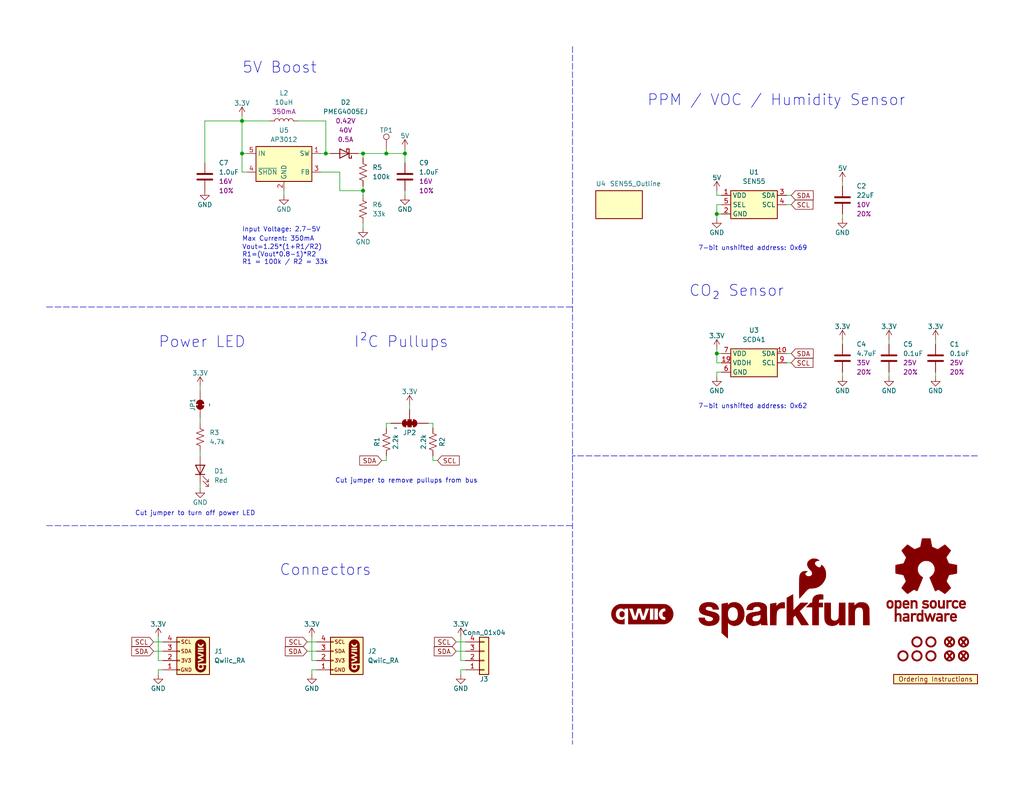
<source format=kicad_sch>
(kicad_sch (version 20230121) (generator eeschema)
  (paper "USLetter")
  (title_block (title "SparkFun Indoor Air Quality Sensor - SCD41 SEN55 (Qwiic)") (date "2024-03-06") (rev "v10") (comment 1 "Designed by: N. Seidle"))
  (lib_symbols
    (symbol "SparkFun-Aesthetic:Fiducial_0.5mm"
      (symbol "Fiducial_0.5mm_1_1"
        (text "x" (at 0 0.254 0) (effects (font (size 2.5 2.5) bold)))
      )
    )
    (symbol "SparkFun-Aesthetic:OSHW_Logo" (pin_names (offset 1.016)) (in_bom no))
    (symbol "SparkFun-Aesthetic:Ordering_Instructions"
      (symbol "Ordering_Instructions_1_1"
        (text "Ordering Instructions" (at 1.27 0 0) (effects (font (size 1.27 1.27))))
      )
    )
    (symbol "SparkFun-Aesthetic:SparkFun_Logo" (pin_names (offset 1.016)) (on_board no))
    (symbol "SparkFun-Aesthetic:qwiic_Logo" (pin_names (offset 1.016)) (on_board no))
    (symbol "SparkFun-Capacitor:0.1uF_0603_25V_20%" (pin_numbers hide) (pin_names (offset 0.254))
      (property "Reference" "C" (at 0.635 2.54 0))
      (property "Value" "0.1uF" (at 0.635 -2.54 0))
      (property "Voltage" "25V" (at 0 -6.35 0))
      (property "Tolerance" "20%" (at 0 -8.89 0))
      (symbol "0.1uF_0603_25V_20%_1_1"
        (pin passive line (at 0 3.81 270) (length 2.794) (name "~") (number "1"))
        (pin passive line (at 0 -3.81 90) (length 2.794) (name "~") (number "2"))
      )
    )
    (symbol "SparkFun-Capacitor:1.0uF_0603_16V_10%" (pin_numbers hide) (pin_names (offset 0.254))
      (property "Reference" "C" (at 0.635 2.54 0))
      (property "Value" "1.0uF" (at 0.635 -2.54 0))
      (property "Voltage" "16V" (at 0 -6.35 0))
      (property "Tolerance" "10%" (at 0 -8.89 0))
      (symbol "1.0uF_0603_16V_10%_1_1"
        (pin passive line (at 0 3.81 270) (length 2.794) (name "~") (number "1"))
        (pin passive line (at 0 -3.81 90) (length 2.794) (name "~") (number "2"))
      )
    )
    (symbol "SparkFun-Capacitor:22uF_0805_10V_20%" (pin_numbers hide) (pin_names (offset 0.254))
      (property "Reference" "C" (at 0.635 2.54 0))
      (property "Value" "22uF" (at 0.635 -2.54 0))
      (property "Voltage" "10V" (at 0 -6.35 0))
      (property "Tolerance" "20%" (at 0 -8.89 0))
      (symbol "22uF_0805_10V_20%_1_1"
        (pin passive line (at 0 3.81 270) (length 2.794) (name "~") (number "1"))
        (pin passive line (at 0 -3.81 90) (length 2.794) (name "~") (number "2"))
      )
    )
    (symbol "SparkFun-Capacitor:4.7uF_0603_35V_20%" (pin_numbers hide) (pin_names (offset 0.254))
      (property "Reference" "C" (at 0.635 2.54 0))
      (property "Value" "4.7uF" (at 0.635 -2.54 0))
      (property "Voltage" "35V" (at 0 -6.35 0))
      (property "Tolerance" "20%" (at 0 -8.89 0))
      (symbol "4.7uF_0603_35V_20%_1_1"
        (pin passive line (at 0 3.81 270) (length 2.794) (name "~") (number "1"))
        (pin passive line (at 0 -3.81 90) (length 2.794) (name "~") (number "2"))
      )
    )
    (symbol "SparkFun-Coil:10uH_0805_0.35A" (pin_numbers hide) (pin_names (offset 1.016) hide)
      (property "Reference" "L" (at 0 2.54 0))
      (property "Value" "10uH" (at 0 -1.27 0))
      (property "Current" "350mA" (at 0 -3.81 0))
      (symbol "10uH_0805_0.35A_1_1"
        (pin passive line (at -3.81 0 0) (length 1.27) (name "1") (number "1"))
        (pin passive line (at 3.81 0 180) (length 1.27) (name "2") (number "2"))
      )
    )
    (symbol "SparkFun-Connector:Conn_01x04" (pin_names (offset 1.016) hide)
      (property "Reference" "J" (at 0 5.08 0))
      (property "Value" "Conn_01x04" (at 0 -7.62 0))
      (symbol "Conn_01x04_1_1"
        (pin passive line (at -5.08 2.54 0) (length 3.81) (name "Pin_1") (number "1"))
        (pin passive line (at -5.08 0 0) (length 3.81) (name "Pin_2") (number "2"))
        (pin passive line (at -5.08 -2.54 0) (length 3.81) (name "Pin_3") (number "3"))
        (pin passive line (at -5.08 -5.08 0) (length 3.81) (name "Pin_4") (number "4"))
      )
    )
    (symbol "SparkFun-Connector:Qwiic_Right_Angle" (pin_names (offset 1.016) hide)
      (property "Reference" "J" (at 0 5.08 0))
      (property "Value" "Qwiic_RA" (at 0 -7.62 0))
      (symbol "Qwiic_Right_Angle_1_1"
        (text "3V3" (at 1.27 -2.54 0) (effects (font (size 1 1))))
        (text "GND" (at 1.27 -5.08 0) (effects (font (size 1 1))))
        (text "SCL" (at 1.27 2.54 0) (effects (font (size 1 1))))
        (text "SDA" (at 1.27 0 0) (effects (font (size 1 1))))
        (pin passive line (at -5.08 -5.08 0) (length 3.81) (name "Pin_1") (number "1"))
        (pin passive line (at -5.08 -2.54 0) (length 3.81) (name "Pin_2") (number "2"))
        (pin passive line (at -5.08 0 0) (length 3.81) (name "Pin_3") (number "3"))
        (pin passive line (at -5.08 2.54 0) (length 3.81) (name "Pin_4") (number "4"))
        (pin no_connect line (at 2.54 3.81 270) (length 2.54) hide (name "NC") (number "NC1"))
        (pin no_connect line (at 2.54 3.81 270) (length 2.54) hide (name "NC") (number "NC2"))
      )
    )
    (symbol "SparkFun-Connector:TestPoint_0.75mm" (pin_numbers hide) (pin_names (offset 0) hide)
      (property "Reference" "TP" (at 0 5.08 0))
      (symbol "TestPoint_0.75mm_1_1"
        (pin passive line (at 0 0 90) (length 2.54) (name "1") (number "1"))
      )
    )
    (symbol "SparkFun-DiscreteSemi:D_Schottky_0.5A_40V_0.42V" (pin_numbers hide) (pin_names (offset 1.016) hide)
      (property "Reference" "D" (at 0 2.54 0))
      (property "Value" "PMEG4005EJ" (at 0 -2.54 0))
      (property "IMax" "0.5A" (at 0 -5.08 0))
      (property "VDrop" "0.42V" (at 0 -10.16 0))
      (property "VMax" "40V" (at 0 -7.62 0))
      (symbol "D_Schottky_0.5A_40V_0.42V_1_1"
        (pin passive line (at 3.81 0 180) (length 2.54) (name "A") (number "A"))
        (pin passive line (at -3.81 0 0) (length 2.54) (name "C") (number "C"))
      )
    )
    (symbol "SparkFun-Hardware:Standoff")
    (symbol "SparkFun-IC-Power:AP3012"
      (property "Reference" "U" (at -7.62 5.715 0))
      (property "Value" "AP3012" (at 0 5.715 0))
      (symbol "AP3012_1_1"
        (pin passive line (at 10.16 2.54 180) (length 2.54) (name "SW") (number "1"))
        (pin power_in line (at 0 -7.62 90) (length 2.54) (name "GND") (number "2"))
        (pin input line (at 10.16 -2.54 180) (length 2.54) (name "FB") (number "3"))
        (pin input line (at -10.16 -2.54 0) (length 2.54) (name "~{SHDN}") (number "4"))
        (pin power_in line (at -10.16 2.54 0) (length 2.54) (name "IN") (number "5"))
      )
    )
    (symbol "SparkFun-Jumper:SolderJumper_2_Bridged" (pin_numbers hide) (pin_names (offset 0) hide)
      (property "Reference" "JP" (at 0 2.032 0))
      (property "Value" "~" (at 0 -2.54 0))
      (symbol "SolderJumper_2_Bridged_1_1"
        (pin passive line (at -3.81 0 0) (length 2.54) (name "A") (number "1"))
        (pin passive line (at 3.81 0 180) (length 2.54) (name "B") (number "2"))
      )
    )
    (symbol "SparkFun-Jumper:SolderJumper_3_Bridged123" (pin_numbers hide) (pin_names (offset 0) hide)
      (property "Reference" "JP" (at 0 2.54 0))
      (property "Value" "~" (at 3.81 1.27 0))
      (symbol "SolderJumper_3_Bridged123_1_1"
        (pin passive line (at -5.08 0 0) (length 2.54) (name "A") (number "1"))
        (pin passive line (at 0 -3.81 90) (length 2.54) (name "C") (number "2"))
        (pin passive line (at 5.08 0 180) (length 2.54) (name "B") (number "3"))
      )
    )
    (symbol "SparkFun-LED:LED_Red_0603" (pin_numbers hide) (pin_names (offset 1.016) hide)
      (property "Reference" "D" (at 0 2.54 0))
      (property "Value" "Red" (at 0 -2.54 0))
      (symbol "LED_Red_0603_1_1"
        (pin passive line (at -3.81 0 0) (length 2.54) (name "K") (number "1"))
        (pin passive line (at 3.81 0 180) (length 2.54) (name "A") (number "2"))
      )
    )
    (symbol "SparkFun-PowerSymbol:3.3V" (power) (pin_names (offset 0))
      (property "Value" "3.3V" (at 0 3.81 0))
      (symbol "3.3V_1_1"
        (pin power_in line (at 0 0 90) (length 0) hide (name "3.3V") (number "1"))
      )
    )
    (symbol "SparkFun-PowerSymbol:5V" (power) (pin_names (offset 0))
      (property "Value" "5V" (at 0 3.81 0))
      (symbol "5V_1_1"
        (pin power_in line (at 0 0 90) (length 0) hide (name "5V") (number "1"))
      )
    )
    (symbol "SparkFun-PowerSymbol:GND" (power) (pin_names (offset 0))
      (property "Value" "GND" (at 0 -3.81 0))
      (symbol "GND_1_1"
        (pin power_in line (at 0 0 270) (length 0) hide (name "GND") (number "1"))
      )
    )
    (symbol "SparkFun-Resistor:100k_0603" (pin_numbers hide) (pin_names (offset 0))
      (property "Reference" "R" (at 0 -2.54 0))
      (property "Value" "100k" (at 0 2.54 0))
      (symbol "100k_0603_1_1"
        (pin passive line (at 3.81 0 180) (length 1.27) (name "~") (number "1"))
        (pin passive line (at -3.81 0 0) (length 1.27) (name "~") (number "2"))
      )
    )
    (symbol "SparkFun-Resistor:2.2k_0603" (pin_numbers hide) (pin_names (offset 0))
      (property "Reference" "R" (at 0 -2.54 0))
      (property "Value" "2.2k" (at 0 2.54 0))
      (symbol "2.2k_0603_1_1"
        (pin passive line (at 3.81 0 180) (length 1.27) (name "~") (number "1"))
        (pin passive line (at -3.81 0 0) (length 1.27) (name "~") (number "2"))
      )
    )
    (symbol "SparkFun-Resistor:33k_0603" (pin_numbers hide) (pin_names (offset 0))
      (property "Reference" "R" (at 0 -2.54 0))
      (property "Value" "33k" (at 0 2.54 0))
      (symbol "33k_0603_1_1"
        (pin passive line (at 3.81 0 180) (length 1.27) (name "~") (number "1"))
        (pin passive line (at -3.81 0 0) (length 1.27) (name "~") (number "2"))
      )
    )
    (symbol "SparkFun-Resistor:4.7k_0603" (pin_numbers hide) (pin_names (offset 0))
      (property "Reference" "R" (at 0 -2.54 0))
      (property "Value" "4.7k" (at 0 2.54 0))
      (symbol "4.7k_0603_1_1"
        (pin passive line (at 3.81 0 180) (length 1.27) (name "~") (number "1"))
        (pin passive line (at -3.81 0 0) (length 1.27) (name "~") (number "2"))
      )
    )
    (symbol "SparkFun-Sensor:SCD41"
      (property "Reference" "U" (at -6.35 5.715 0))
      (property "Value" "SCD41" (at -2.54 5.715 0))
      (symbol "SCD41_1_1"
        (pin no_connect line (at 8.89 6.35 180) (length 2.54) hide (name "NC") (number "1"))
        (pin bidirectional line (at 8.89 2.54 180) (length 2.54) (name "SDA") (number "10"))
        (pin no_connect line (at 8.89 21.59 180) (length 2.54) hide (name "NC") (number "11"))
        (pin no_connect line (at 8.89 24.13 180) (length 2.54) hide (name "NC") (number "12"))
        (pin no_connect line (at 8.89 26.67 180) (length 2.54) hide (name "NC") (number "13"))
        (pin no_connect line (at 8.89 29.21 180) (length 2.54) hide (name "NC") (number "14"))
        (pin no_connect line (at 8.89 31.75 180) (length 2.54) hide (name "NC") (number "15"))
        (pin no_connect line (at 8.89 34.29 180) (length 2.54) hide (name "NC") (number "16"))
        (pin no_connect line (at 8.89 36.83 180) (length 2.54) hide (name "NC") (number "17"))
        (pin no_connect line (at 8.89 39.37 180) (length 2.54) hide (name "NC") (number "18"))
        (pin power_in line (at -8.89 0 0) (length 2.54) (name "VDDH") (number "19"))
        (pin no_connect line (at 8.89 8.89 180) (length 2.54) hide (name "NC") (number "2"))
        (pin power_in line (at -8.89 -2.54 0) (length 2.54) hide (name "GND") (number "20"))
        (pin power_in line (at -8.89 -2.54 0) (length 2.54) hide (name "GND") (number "21"))
        (pin no_connect line (at 8.89 11.43 180) (length 2.54) hide (name "NC") (number "3"))
        (pin no_connect line (at 8.89 13.97 180) (length 2.54) hide (name "NC") (number "4"))
        (pin no_connect line (at 8.89 16.51 180) (length 2.54) hide (name "NC") (number "5"))
        (pin power_in line (at -8.89 -2.54 0) (length 2.54) (name "GND") (number "6"))
        (pin power_in line (at -8.89 2.54 0) (length 2.54) (name "VDD") (number "7"))
        (pin no_connect line (at 8.89 19.05 180) (length 2.54) hide (name "NC") (number "8"))
        (pin input line (at 8.89 0 180) (length 2.54) (name "SCL") (number "9"))
      )
    )
    (symbol "SparkFun-Sensor:SEN55"
      (property "Reference" "U" (at -6.35 5.715 0))
      (property "Value" "SEN55" (at -2.54 5.715 0))
      (symbol "SEN55_1_1"
        (pin power_in line (at -8.89 2.54 0) (length 2.54) (name "VDD") (number "1"))
        (pin power_in line (at -8.89 -2.54 0) (length 2.54) (name "GND") (number "2"))
        (pin bidirectional line (at 8.89 2.54 180) (length 2.54) (name "SDA") (number "3"))
        (pin input line (at 8.89 0 180) (length 2.54) (name "SCL") (number "4"))
        (pin input line (at -8.89 0 0) (length 2.54) (name "SEL") (number "5"))
        (pin no_connect line (at 8.89 -2.54 180) (length 2.54) hide (name "NC") (number "6"))
        (pin no_connect line (at 8.89 -2.54 180) (length 2.54) hide (name "NC") (number "NC1"))
        (pin no_connect line (at 8.89 -2.54 180) (length 2.54) hide (name "NC") (number "NC2"))
      )
    )
    (symbol "SparkFun-Sensor:SEN55_Outline"
      (property "Reference" "U" (at -6.35 5.715 0))
      (property "Value" "SEN55_Outline" (at -2.54 5.715 0))
    )
  )
  (junction (at 66.04 41.91))
  (junction (at 195.58 58.42))
  (junction (at 66.04 33.02))
  (junction (at 99.06 52.07))
  (junction (at 105.41 41.91))
  (junction (at 195.58 96.52))
  (junction (at 88.9 41.91))
  (junction (at 110.49 41.91))
  (junction (at 99.06 41.91))
  (wire (pts (xy 195.58 58.42) (xy 195.58 59.69)))
  (wire (pts (xy 214.63 55.88) (xy 215.9 55.88)))
  (wire (pts (xy 111.76 110.49) (xy 111.76 111.76)))
  (wire (pts (xy 86.36 180.34) (xy 85.09 180.34)))
  (wire (pts (xy 196.85 101.6) (xy 195.58 101.6)))
  (wire (pts (xy 214.63 96.52) (xy 215.9 96.52)))
  (wire (pts (xy 124.46 177.8) (xy 127 177.8)))
  (wire (pts (xy 195.58 55.88) (xy 195.58 58.42)))
  (wire (pts (xy 66.04 31.75) (xy 66.04 33.02)))
  (wire (pts (xy 85.09 173.99) (xy 85.09 180.34)))
  (wire (pts (xy 44.45 182.88) (xy 43.18 182.88)))
  (wire (pts (xy 87.63 46.99) (xy 92.71 46.99)))
  (wire (pts (xy 88.9 33.02) (xy 88.9 41.91)))
  (wire (pts (xy 105.41 115.57) (xy 106.68 115.57)))
  (wire (pts (xy 88.9 41.91) (xy 90.17 41.91)))
  (wire (pts (xy 195.58 96.52) (xy 196.85 96.52)))
  (wire (pts (xy 255.27 102.87) (xy 255.27 101.6)))
  (wire (pts (xy 99.06 62.23) (xy 99.06 60.96)))
  (wire (pts (xy 54.61 123.19) (xy 54.61 124.46)))
  (wire (pts (xy 105.41 124.46) (xy 105.41 125.73)))
  (wire (pts (xy 229.87 49.53) (xy 229.87 50.8)))
  (wire (pts (xy 118.11 116.84) (xy 118.11 115.57)))
  (wire (pts (xy 124.46 175.26) (xy 127 175.26)))
  (wire (pts (xy 229.87 92.71) (xy 229.87 93.98)))
  (wire (pts (xy 97.79 41.91) (xy 99.06 41.91)))
  (wire (pts (xy 196.85 53.34) (xy 195.58 53.34)))
  (wire (pts (xy 195.58 53.34) (xy 195.58 52.07)))
  (wire (pts (xy 99.06 41.91) (xy 99.06 43.18)))
  (wire (pts (xy 66.04 33.02) (xy 66.04 41.91)))
  (wire (pts (xy 83.82 175.26) (xy 86.36 175.26)))
  (wire (pts (xy 99.06 53.34) (xy 99.06 52.07)))
  (wire (pts (xy 41.91 177.8) (xy 44.45 177.8)))
  (polyline (pts (xy 266.7 124.46) (xy 156.21 124.46)) (stroke (width 0) (type dash)))
  (wire (pts (xy 55.88 33.02) (xy 66.04 33.02)))
  (wire (pts (xy 196.85 99.06) (xy 195.58 99.06)))
  (wire (pts (xy 81.28 33.02) (xy 88.9 33.02)))
  (wire (pts (xy 44.45 180.34) (xy 43.18 180.34)))
  (wire (pts (xy 110.49 53.34) (xy 110.49 52.07)))
  (wire (pts (xy 214.63 99.06) (xy 215.9 99.06)))
  (wire (pts (xy 110.49 40.64) (xy 110.49 41.91)))
  (wire (pts (xy 127 182.88) (xy 125.73 182.88)))
  (wire (pts (xy 67.31 46.99) (xy 66.04 46.99)))
  (wire (pts (xy 229.87 58.42) (xy 229.87 59.69)))
  (wire (pts (xy 125.73 182.88) (xy 125.73 184.15)))
  (wire (pts (xy 92.71 46.99) (xy 92.71 52.07)))
  (wire (pts (xy 54.61 133.35) (xy 54.61 132.08)))
  (wire (pts (xy 66.04 33.02) (xy 73.66 33.02)))
  (wire (pts (xy 83.82 177.8) (xy 86.36 177.8)))
  (wire (pts (xy 127 180.34) (xy 125.73 180.34)))
  (wire (pts (xy 85.09 182.88) (xy 85.09 184.15)))
  (polyline (pts (xy 156.21 12.7) (xy 156.21 124.46)) (stroke (width 0) (type dash)))
  (wire (pts (xy 54.61 115.57) (xy 54.61 114.3)))
  (wire (pts (xy 66.04 46.99) (xy 66.04 41.91)))
  (wire (pts (xy 125.73 173.99) (xy 125.73 180.34)))
  (wire (pts (xy 196.85 55.88) (xy 195.58 55.88)))
  (wire (pts (xy 195.58 101.6) (xy 195.58 102.87)))
  (wire (pts (xy 105.41 40.64) (xy 105.41 41.91)))
  (polyline (pts (xy 12.7 143.51) (xy 156.21 143.51)) (stroke (width 0) (type dash)))
  (wire (pts (xy 110.49 44.45) (xy 110.49 41.91)))
  (wire (pts (xy 99.06 52.07) (xy 99.06 50.8)))
  (wire (pts (xy 242.57 92.71) (xy 242.57 93.98)))
  (wire (pts (xy 67.31 41.91) (xy 66.04 41.91)))
  (wire (pts (xy 116.84 115.57) (xy 118.11 115.57)))
  (wire (pts (xy 86.36 182.88) (xy 85.09 182.88)))
  (wire (pts (xy 55.88 33.02) (xy 55.88 44.45)))
  (wire (pts (xy 195.58 99.06) (xy 195.58 96.52)))
  (wire (pts (xy 255.27 92.71) (xy 255.27 93.98)))
  (wire (pts (xy 229.87 101.6) (xy 229.87 102.87)))
  (wire (pts (xy 77.47 53.34) (xy 77.47 52.07)))
  (wire (pts (xy 242.57 102.87) (xy 242.57 101.6)))
  (wire (pts (xy 41.91 175.26) (xy 44.45 175.26)))
  (wire (pts (xy 195.58 58.42) (xy 196.85 58.42)))
  (wire (pts (xy 110.49 41.91) (xy 105.41 41.91)))
  (polyline (pts (xy 156.21 124.46) (xy 156.21 203.2)) (stroke (width 0) (type dash)))
  (wire (pts (xy 43.18 173.99) (xy 43.18 180.34)))
  (wire (pts (xy 43.18 182.88) (xy 43.18 184.15)))
  (wire (pts (xy 92.71 52.07) (xy 99.06 52.07)))
  (wire (pts (xy 88.9 41.91) (xy 87.63 41.91)))
  (wire (pts (xy 105.41 116.84) (xy 105.41 115.57)))
  (wire (pts (xy 195.58 96.52) (xy 195.58 95.25)))
  (wire (pts (xy 54.61 105.41) (xy 54.61 106.68)))
  (wire (pts (xy 105.41 41.91) (xy 99.06 41.91)))
  (polyline (pts (xy 12.7 83.82) (xy 156.21 83.82)) (stroke (width 0) (type dash)))
  (wire (pts (xy 104.14 125.73) (xy 105.41 125.73)))
  (wire (pts (xy 118.11 125.73) (xy 119.38 125.73)))
  (wire (pts (xy 214.63 53.34) (xy 215.9 53.34)))
  (wire (pts (xy 118.11 124.46) (xy 118.11 125.73)))
  (text "I²C Pullups" (at 96.52 95.25 0) (effects (font (size 3 3)) (justify left bottom)))
  (text "Power LED" (at 43.18 95.25 0) (effects (font (size 3 3)) (justify left bottom)))
  (text "CO₂ Sensor" (at 187.96 81.28 0) (effects (font (size 3 3)) (justify left bottom)))
  (text "Input Voltage: 2.7-5V" (at 66.04 63.5 0) (effects (font (size 1.27 1.27)) (justify left bottom)))
  (text "Connectors" (at 76.2 157.48 0) (effects (font (size 3 3)) (justify left bottom)))
  (text "Vout=1.25*(1+R1/R2)\nR1=(Vout*0.8-1)*R2\nR1 = 100k / R2 = 33k" (at 66.04 72.39 0) (effects (font (size 1.27 1.27)) (justify left bottom)))
  (text "7-bit unshifted address: 0x62" (at 190.5 111.76 0) (effects (font (size 1.27 1.27)) (justify left bottom)))
  (text "Cut jumper to remove pullups from bus" (at 91.44 132.08 0) (effects (font (size 1.27 1.27)) (justify left bottom)))
  (text "5V Boost" (at 66.04 20.32 0) (effects (font (size 3 3)) (justify left bottom)))
  (text "Max Current: 350mA" (at 66.04 66.04 0) (effects (font (size 1.27 1.27)) (justify left bottom)))
  (text "Cut jumper to turn off power LED" (at 36.83 140.97 0) (effects (font (size 1.27 1.27)) (justify left bottom)))
  (text "PPM / VOC / Humidity Sensor" (at 176.53 29.21 0) (effects (font (size 3 3)) (justify left bottom)))
  (text "7-bit unshifted address: 0x69" (at 190.5 68.58 0) (effects (font (size 1.27 1.27)) (justify left bottom)))
  (global_label "SDA" (shape input) (at 124.46 177.8 180) (property "Intersheetrefs" "${INTERSHEET_REFS}" (effects hide)))
  (global_label "SCL" (shape input) (at 119.38 125.73 0) (property "Intersheetrefs" "${INTERSHEET_REFS}" (effects hide)))
  (global_label "SDA" (shape input) (at 83.82 177.8 180) (property "Intersheetrefs" "${INTERSHEET_REFS}" (effects hide)))
  (global_label "SDA" (shape input) (at 104.14 125.73 180) (property "Intersheetrefs" "${INTERSHEET_REFS}" (effects hide)))
  (global_label "SCL" (shape input) (at 41.91 175.26 180) (property "Intersheetrefs" "${INTERSHEET_REFS}" (effects hide)))
  (global_label "SCL" (shape input) (at 83.82 175.26 180) (property "Intersheetrefs" "${INTERSHEET_REFS}" (effects hide)))
  (global_label "SCL" (shape input) (at 215.9 99.06 0) (property "Intersheetrefs" "${INTERSHEET_REFS}" (effects hide)))
  (global_label "SDA" (shape input) (at 215.9 96.52 0) (property "Intersheetrefs" "${INTERSHEET_REFS}" (effects hide)))
  (global_label "SDA" (shape input) (at 41.91 177.8 180) (property "Intersheetrefs" "${INTERSHEET_REFS}" (effects hide)))
  (global_label "SCL" (shape input) (at 215.9 55.88 0) (property "Intersheetrefs" "${INTERSHEET_REFS}" (effects hide)))
  (global_label "SCL" (shape input) (at 124.46 175.26 180) (property "Intersheetrefs" "${INTERSHEET_REFS}" (effects hide)))
  (global_label "SDA" (shape input) (at 215.9 53.34 0) (property "Intersheetrefs" "${INTERSHEET_REFS}" (effects hide)))
  (symbol (lib_id "SparkFun-Hardware:Standoff") (at 250.19 179.07 0) (unit 1)
    (property "Reference" "ST4" (effects hide))
    (property "Value" "Standoff" (effects hide))
    (property "Footprint" "SparkFun-Hardware:Standoff" (effects hide))
  )
  (symbol (lib_id "SparkFun-Capacitor:1.0uF_0603_16V_10%") (at 55.88 48.26 0) (unit 1)
    (property "Reference" "C7" (at 59.69 44.45 0) (effects (justify left)))
    (property "Value" "1.0uF" (at 59.69 46.99 0) (effects (justify left)))
    (property "Footprint" "SparkFun-Capacitor:C_0603_1608Metric" (effects hide))
    (property "Datasheet" "https://cdn.sparkfun.com/assets/8/a/4/a/5/Kemet_Capacitor_Datasheet.pdf" (effects hide))
    (property "PROD_ID" "CAP-13930" (effects hide))
    (property "Voltage" "16V" (at 59.69 49.53 0) (effects (justify left)))
    (property "Tolerance" "10%" (at 59.69 52.07 0) (effects (justify left)))
  )
  (symbol (lib_id "SparkFun-Capacitor:0.1uF_0603_25V_20%") (at 255.27 97.79 0) (unit 1)
    (property "Reference" "C1" (at 259.08 93.98 0) (effects (justify left)))
    (property "Value" "0.1uF" (at 259.08 96.52 0) (effects (justify left)))
    (property "Footprint" "SparkFun-Capacitor:C_0603_1608Metric" (effects hide))
    (property "Datasheet" "https://cdn.sparkfun.com/assets/8/a/4/a/5/Kemet_Capacitor_Datasheet.pdf" (effects hide))
    (property "PROD_ID" "CAP-00810" (effects hide))
    (property "Voltage" "25V" (at 259.08 99.06 0) (effects (justify left)))
    (property "Tolerance" "20%" (at 259.08 101.6 0) (effects (justify left)))
  )
  (symbol (lib_id "SparkFun-PowerSymbol:GND") (at 77.47 53.34 0) (unit 1)
    (property "Reference" "#PWR0109" (effects hide))
    (property "Value" "GND" (at 77.47 57.15 0))
  )
  (symbol (lib_id "SparkFun-Connector:Conn_01x04") (at 132.08 180.34 0) (mirror x) (unit 1)
    (property "Reference" "J3" (at 132.08 185.42 0))
    (property "Value" "Conn_01x04" (at 132.08 172.72 0))
    (property "Footprint" "SparkFun-Connector:1x04" (effects hide))
  )
  (symbol (lib_id "SparkFun-Jumper:SolderJumper_2_Bridged") (at 54.61 110.49 90) (unit 1)
    (property "Reference" "JP1" (at 52.578 110.49 0))
    (property "Value" "~" (at 57.15 110.49 0))
    (property "Footprint" "SparkFun-Jumper:Jumper_2_NC_Trace" (effects hide))
  )
  (symbol (lib_id "SparkFun-Aesthetic:SparkFun_Logo") (at 213.36 167.64 0) (unit 1) (on_board no)
    (property "Reference" "G2" (effects hide))
    (property "Value" "SparkFun_Logo" (effects hide))
    (property "Footprint" "SparkFun-Aesthetic:SparkFun_Logo_8mm" (effects hide))
  )
  (symbol (lib_id "SparkFun-PowerSymbol:GND") (at 99.06 62.23 0) (unit 1)
    (property "Reference" "#PWR0101" (effects hide))
    (property "Value" "GND" (at 99.06 66.04 0))
  )
  (symbol (lib_id "SparkFun-Aesthetic:Fiducial_0.5mm") (at 262.89 175.26 0) (unit 1)
    (property "Reference" "FID3" (effects hide))
    (property "Value" "Fiducial_0.5mm" (effects hide))
    (property "Footprint" "SparkFun-Aesthetic:Fiducial_0.5mm_Mask1mm" (effects hide))
  )
  (symbol (lib_id "SparkFun-Resistor:100k_0603") (at 99.06 46.99 90) (unit 1)
    (property "Reference" "R5" (at 101.6 45.72 90) (effects (justify right)))
    (property "Value" "100k" (at 101.6 48.26 90) (effects (justify right)))
    (property "Footprint" "SparkFun-Resistor:R_0603_1608Metric" (effects hide))
    (property "Datasheet" "https://www.vishay.com/docs/20035/dcrcwe3.pdf" (effects hide))
    (property "PROD_ID" "RES-07828" (effects hide))
  )
  (symbol (lib_id "SparkFun-Aesthetic:Fiducial_0.5mm") (at 262.89 179.07 0) (unit 1)
    (property "Reference" "FID4" (effects hide))
    (property "Value" "Fiducial_0.5mm" (effects hide))
    (property "Footprint" "SparkFun-Aesthetic:Fiducial_0.5mm_Mask1mm" (effects hide))
  )
  (symbol (lib_id "SparkFun-PowerSymbol:GND") (at 229.87 102.87 0) (unit 1)
    (property "Reference" "#PWR0114" (effects hide))
    (property "Value" "GND" (at 229.87 106.68 0))
  )
  (symbol (lib_id "SparkFun-PowerSymbol:5V") (at 229.87 49.53 0) (unit 1)
    (property "Reference" "#PWR0121" (effects hide))
    (property "Value" "5V" (at 229.87 45.974 0))
  )
  (symbol (lib_id "SparkFun-Resistor:2.2k_0603") (at 105.41 120.65 270) (mirror x) (unit 1)
    (property "Reference" "R1" (at 102.87 120.65 0))
    (property "Value" "2.2k" (at 107.95 120.65 0))
    (property "Footprint" "SparkFun-Resistor:R_0603_1608Metric" (effects hide))
    (property "Datasheet" "https://www.vishay.com/docs/20035/dcrcwe3.pdf" (effects hide))
    (property "PROD_ID" "RES-08272" (effects hide))
  )
  (symbol (lib_id "SparkFun-PowerSymbol:3.3V") (at 255.27 92.71 0) (unit 1)
    (property "Reference" "#PWR01" (effects hide))
    (property "Value" "3.3V" (at 255.27 89.154 0))
  )
  (symbol (lib_id "SparkFun-Resistor:2.2k_0603") (at 118.11 120.65 90) (unit 1)
    (property "Reference" "R2" (at 120.65 120.65 0))
    (property "Value" "2.2k" (at 115.57 120.65 0))
    (property "Footprint" "SparkFun-Resistor:R_0603_1608Metric" (effects hide))
    (property "Datasheet" "https://www.vishay.com/docs/20035/dcrcwe3.pdf" (effects hide))
    (property "PROD_ID" "RES-08272" (effects hide))
  )
  (symbol (lib_id "SparkFun-PowerSymbol:GND") (at 125.73 184.15 0) (unit 1)
    (property "Reference" "#PWR0107" (effects hide))
    (property "Value" "GND" (at 125.73 187.96 0))
  )
  (symbol (lib_id "SparkFun-Capacitor:1.0uF_0603_16V_10%") (at 110.49 48.26 0) (unit 1)
    (property "Reference" "C9" (at 114.3 44.45 0) (effects (justify left)))
    (property "Value" "1.0uF" (at 114.3 46.99 0) (effects (justify left)))
    (property "Footprint" "SparkFun-Capacitor:C_0603_1608Metric" (effects hide))
    (property "Datasheet" "https://cdn.sparkfun.com/assets/8/a/4/a/5/Kemet_Capacitor_Datasheet.pdf" (effects hide))
    (property "PROD_ID" "CAP-13930" (effects hide))
    (property "Voltage" "16V" (at 114.3 49.53 0) (effects (justify left)))
    (property "Tolerance" "10%" (at 114.3 52.07 0) (effects (justify left)))
  )
  (symbol (lib_id "SparkFun-PowerSymbol:GND") (at 242.57 102.87 0) (unit 1)
    (property "Reference" "#PWR0112" (effects hide))
    (property "Value" "GND" (at 242.57 106.68 0))
  )
  (symbol (lib_id "SparkFun-Hardware:Standoff") (at 254 179.07 0) (unit 1)
    (property "Reference" "ST2" (effects hide))
    (property "Value" "Standoff" (effects hide))
    (property "Footprint" "SparkFun-Hardware:Standoff" (effects hide))
  )
  (symbol (lib_id "SparkFun-PowerSymbol:3.3V") (at 195.58 95.25 0) (unit 1)
    (property "Reference" "#PWR0115" (effects hide))
    (property "Value" "3.3V" (at 195.58 91.694 0))
  )
  (symbol (lib_id "SparkFun-IC-Power:AP3012") (at 77.47 44.45 0) (unit 1)
    (property "Reference" "U5" (at 77.47 35.56 0))
    (property "Value" "AP3012" (at 77.47 38.1 0))
    (property "Footprint" "SparkFun-Semiconductor-Standard:SOT23-5" (effects hide))
    (property "Datasheet" "https://www.diodes.com/assets/Datasheets/AP3012.pdf" (effects hide))
    (property "PROD_ID" "VREG-13911" (effects hide))
  )
  (symbol (lib_id "SparkFun-Aesthetic:OSHW_Logo") (at 252.73 162.56 0) (unit 1) (in_bom no)
    (property "Reference" "G4" (effects hide))
    (property "Value" "OSHW_Logo" (effects hide))
    (property "Footprint" "SparkFun-Aesthetic:Creative_Commons_License" (effects hide))
  )
  (symbol (lib_id "SparkFun-Hardware:Standoff") (at 250.19 175.26 0) (unit 1)
    (property "Reference" "ST3" (effects hide))
    (property "Value" "Standoff" (effects hide))
    (property "Footprint" "SparkFun-Hardware:Standoff" (effects hide))
  )
  (symbol (lib_id "SparkFun-Resistor:4.7k_0603") (at 54.61 119.38 90) (unit 1)
    (property "Reference" "R3" (at 57.15 118.11 90) (effects (justify right)))
    (property "Value" "4.7k" (at 57.15 120.65 90) (effects (justify right)))
    (property "Footprint" "SparkFun-Resistor:R_0603_1608Metric" (effects hide))
    (property "Datasheet" "https://www.vishay.com/docs/20035/dcrcwe3.pdf" (effects hide))
    (property "PROD_ID" "RES-07857" (effects hide))
  )
  (symbol (lib_id "SparkFun-PowerSymbol:GND") (at 43.18 184.15 0) (unit 1)
    (property "Reference" "#PWR0123" (effects hide))
    (property "Value" "GND" (at 43.18 187.96 0))
  )
  (symbol (lib_id "SparkFun-PowerSymbol:GND") (at 85.09 184.15 0) (unit 1)
    (property "Reference" "#PWR0105" (effects hide))
    (property "Value" "GND" (at 85.09 187.96 0))
  )
  (symbol (lib_id "SparkFun-Hardware:Standoff") (at 254 175.26 0) (unit 1)
    (property "Reference" "ST1" (effects hide))
    (property "Value" "Standoff" (effects hide))
    (property "Footprint" "SparkFun-Hardware:Standoff" (effects hide))
  )
  (symbol (lib_id "SparkFun-PowerSymbol:3.3V") (at 242.57 92.71 0) (unit 1)
    (property "Reference" "#PWR0116" (effects hide))
    (property "Value" "3.3V" (at 242.57 89.154 0))
  )
  (symbol (lib_id "SparkFun-Sensor:SEN55_Outline") (at 168.91 55.88 0) (unit 1)
    (property "Reference" "U4" (at 162.56 50.165 0) (effects (justify left)))
    (property "Value" "SEN55_Outline" (at 166.37 50.165 0) (effects (justify left)))
    (property "Footprint" "SparkFun-Sensor:SEN5x_Outline" (effects hide))
    (property "Datasheet" "https://cdn.sparkfun.com/assets/b/0/3/c/0/Sensirion_Datasheet_Environmental_Node_SEN5x.pdf" (effects hide))
  )
  (symbol (lib_id "SparkFun-DiscreteSemi:D_Schottky_0.5A_40V_0.42V") (at 93.98 41.91 180) (unit 1)
    (property "Reference" "D2" (at 94.2975 27.94 0))
    (property "Value" "PMEG4005EJ" (at 94.2975 30.48 0))
    (property "Footprint" "SparkFun-Semiconductor-Standard:SOD-323" (effects hide))
    (property "Datasheet" "https://assets.nexperia.com/documents/data-sheet/PMEG4005EJ.pdf" (effects hide))
    (property "PROD_ID" "DIO-10955" (effects hide))
    (property "VDrop" "0.42V" (at 94.2975 33.02 0))
    (property "VMax" "40V" (at 94.2975 35.56 0))
    (property "IMax" "0.5A" (at 94.2975 38.1 0))
  )
  (symbol (lib_id "SparkFun-PowerSymbol:3.3V") (at 54.61 105.41 0) (unit 1)
    (property "Reference" "#PWR0125" (effects hide))
    (property "Value" "3.3V" (at 54.61 101.854 0))
  )
  (symbol (lib_id "SparkFun-Coil:10uH_0805_0.35A") (at 77.47 33.02 0) (unit 1)
    (property "Reference" "L2" (at 77.47 25.4 0))
    (property "Value" "10uH" (at 77.47 27.94 0))
    (property "Footprint" "SparkFun-Capacitor:C_0805_2012Metric" (effects hide))
    (property "PROD_ID" "NDUC-19198" (effects hide))
    (property "Current" "350mA" (at 77.47 30.48 0))
  )
  (symbol (lib_id "SparkFun-PowerSymbol:3.3V") (at 66.04 31.75 0) (unit 1)
    (property "Reference" "#PWR0111" (effects hide))
    (property "Value" "3.3V" (at 66.04 28.194 0))
  )
  (symbol (lib_id "SparkFun-Capacitor:0.1uF_0603_25V_20%") (at 242.57 97.79 0) (unit 1)
    (property "Reference" "C5" (at 246.38 93.98 0) (effects (justify left)))
    (property "Value" "0.1uF" (at 246.38 96.52 0) (effects (justify left)))
    (property "Footprint" "SparkFun-Capacitor:C_0603_1608Metric" (effects hide))
    (property "Datasheet" "https://cdn.sparkfun.com/assets/8/a/4/a/5/Kemet_Capacitor_Datasheet.pdf" (effects hide))
    (property "PROD_ID" "CAP-00810" (effects hide))
    (property "Voltage" "25V" (at 246.38 99.06 0) (effects (justify left)))
    (property "Tolerance" "20%" (at 246.38 101.6 0) (effects (justify left)))
  )
  (symbol (lib_id "SparkFun-PowerSymbol:5V") (at 195.58 52.07 0) (unit 1)
    (property "Reference" "#PWR0120" (effects hide))
    (property "Value" "5V" (at 195.58 48.514 0))
  )
  (symbol (lib_id "SparkFun-PowerSymbol:GND") (at 110.49 53.34 0) (unit 1)
    (property "Reference" "#PWR0102" (effects hide))
    (property "Value" "GND" (at 110.49 57.15 0))
  )
  (symbol (lib_id "SparkFun-Hardware:Standoff") (at 246.38 179.07 0) (unit 1)
    (property "Reference" "ST5" (effects hide))
    (property "Value" "Standoff" (effects hide))
    (property "Footprint" "SparkFun-Hardware:Standoff" (effects hide))
  )
  (symbol (lib_id "SparkFun-Capacitor:22uF_0805_10V_20%") (at 229.87 54.61 0) (unit 1)
    (property "Reference" "C2" (at 233.68 50.8 0) (effects (justify left)))
    (property "Value" "22uF" (at 233.68 53.34 0) (effects (justify left)))
    (property "Footprint" "SparkFun-Capacitor:C_0805_2012Metric" (effects hide))
    (property "Datasheet" "https://cdn.sparkfun.com/assets/8/a/4/a/5/Kemet_Capacitor_Datasheet.pdf" (effects hide))
    (property "PROD_ID" "CAP-14973" (effects hide))
    (property "Voltage" "10V" (at 233.68 55.88 0) (effects (justify left)))
    (property "Tolerance" "20%" (at 233.68 58.42 0) (effects (justify left)))
  )
  (symbol (lib_id "SparkFun-Resistor:33k_0603") (at 99.06 57.15 90) (unit 1)
    (property "Reference" "R6" (at 101.6 55.88 90) (effects (justify right)))
    (property "Value" "33k" (at 101.6 58.42 90) (effects (justify right)))
    (property "Footprint" "SparkFun-Resistor:R_0603_1608Metric" (effects hide))
    (property "Datasheet" "https://www.vishay.com/docs/20035/dcrcwe3.pdf" (effects hide))
    (property "PROD_ID" "RES-08416" (effects hide))
  )
  (symbol (lib_id "SparkFun-PowerSymbol:GND") (at 195.58 59.69 0) (unit 1)
    (property "Reference" "#PWR0119" (effects hide))
    (property "Value" "GND" (at 195.58 63.5 0))
  )
  (symbol (lib_id "SparkFun-PowerSymbol:3.3V") (at 125.73 173.99 0) (unit 1)
    (property "Reference" "#PWR0106" (effects hide))
    (property "Value" "3.3V" (at 125.73 170.434 0))
  )
  (symbol (lib_id "SparkFun-Aesthetic:SparkFun_Logo") (at 213.36 167.64 0) (unit 1) (on_board no)
    (property "Reference" "G3" (effects hide))
    (property "Value" "SparkFun_Logo" (effects hide))
  )
  (symbol (lib_id "SparkFun-Aesthetic:Fiducial_0.5mm") (at 259.08 175.26 0) (unit 1)
    (property "Reference" "FID1" (effects hide))
    (property "Value" "Fiducial_0.5mm" (effects hide))
    (property "Footprint" "SparkFun-Aesthetic:Fiducial_0.5mm_Mask1mm" (effects hide))
  )
  (symbol (lib_id "SparkFun-Sensor:SEN55") (at 205.74 55.88 0) (unit 1)
    (property "Reference" "U1" (at 205.74 46.99 0))
    (property "Value" "SEN55" (at 205.74 49.53 0))
    (property "Footprint" "SparkFun-Connector:JST_SMD_1.25mm-6_Locking" (effects hide))
    (property "Datasheet" "https://cdn.sparkfun.com/assets/b/0/3/c/0/Sensirion_Datasheet_Environmental_Node_SEN5x.pdf" (effects hide))
    (property "PROD_ID" "IC-21278" (effects hide))
  )
  (symbol (lib_id "SparkFun-Connector:Qwiic_Right_Angle") (at 49.53 177.8 0) (unit 1)
    (property "Reference" "J1" (at 58.42 177.8 0) (effects (justify left)))
    (property "Value" "Qwiic_RA" (at 58.42 180.34 0) (effects (justify left)))
    (property "Footprint" "SparkFun-Connector:JST_SMD_1.0mm-4_RA" (effects hide))
    (property "Datasheet" "https://www.jst-mfg.com/product/pdf/eng/eSH.pdf" (effects hide))
    (property "PROD_ID" "CONN-13694" (effects hide))
  )
  (symbol (lib_id "SparkFun-PowerSymbol:3.3V") (at 85.09 173.99 0) (unit 1)
    (property "Reference" "#PWR0108" (effects hide))
    (property "Value" "3.3V" (at 85.09 170.434 0))
  )
  (symbol (lib_id "SparkFun-PowerSymbol:GND") (at 195.58 102.87 0) (unit 1)
    (property "Reference" "#PWR0113" (effects hide))
    (property "Value" "GND" (at 195.58 106.68 0))
  )
  (symbol (lib_id "SparkFun-Aesthetic:qwiic_Logo") (at 175.26 167.64 0) (unit 1) (on_board no)
    (property "Reference" "G1" (effects hide))
    (property "Value" "qwiic_Logo" (effects hide))
  )
  (symbol (lib_id "SparkFun-PowerSymbol:GND") (at 255.27 102.87 0) (unit 1)
    (property "Reference" "#PWR02" (effects hide))
    (property "Value" "GND" (at 255.27 106.68 0))
  )
  (symbol (lib_id "SparkFun-PowerSymbol:3.3V") (at 229.87 92.71 0) (unit 1)
    (property "Reference" "#PWR0117" (effects hide))
    (property "Value" "3.3V" (at 229.87 89.154 0))
  )
  (symbol (lib_id "SparkFun-PowerSymbol:3.3V") (at 111.76 110.49 0) (unit 1)
    (property "Reference" "#PWR0104" (effects hide))
    (property "Value" "3.3V" (at 111.76 106.934 0))
  )
  (symbol (lib_id "SparkFun-PowerSymbol:GND") (at 55.88 52.07 0) (unit 1)
    (property "Reference" "#PWR0110" (effects hide))
    (property "Value" "GND" (at 55.88 55.88 0))
  )
  (symbol (lib_id "SparkFun-PowerSymbol:3.3V") (at 43.18 173.99 0) (unit 1)
    (property "Reference" "#PWR0124" (effects hide))
    (property "Value" "3.3V" (at 43.18 170.434 0))
  )
  (symbol (lib_id "SparkFun-Aesthetic:Ordering_Instructions") (at 254 185.42 0) (unit 1)
    (property "Reference" "U2" (effects hide))
    (property "Footprint" "SparkFun-Aesthetic:Ordering_Instructions" (effects hide))
  )
  (symbol (lib_id "SparkFun-Jumper:SolderJumper_3_Bridged123") (at 111.76 115.57 180) (unit 1)
    (property "Reference" "JP2" (at 111.76 118.11 0))
    (property "Value" "~" (at 107.95 116.84 0))
    (property "Footprint" "SparkFun-Jumper:Jumper_3_NC-2_Trace" (effects hide))
  )
  (symbol (lib_id "SparkFun-PowerSymbol:GND") (at 54.61 133.35 0) (unit 1)
    (property "Reference" "#PWR0122" (effects hide))
    (property "Value" "GND" (at 54.61 137.16 0))
  )
  (symbol (lib_id "SparkFun-Connector:Qwiic_Right_Angle") (at 91.44 177.8 0) (unit 1)
    (property "Reference" "J2" (at 100.33 177.8 0) (effects (justify left)))
    (property "Value" "Qwiic_RA" (at 100.33 180.34 0) (effects (justify left)))
    (property "Footprint" "SparkFun-Connector:JST_SMD_1.0mm-4_RA" (effects hide))
    (property "Datasheet" "https://www.jst-mfg.com/product/pdf/eng/eSH.pdf" (effects hide))
    (property "PROD_ID" "CONN-13694" (effects hide))
  )
  (symbol (lib_id "SparkFun-Aesthetic:Fiducial_0.5mm") (at 259.08 179.07 0) (unit 1)
    (property "Reference" "FID2" (effects hide))
    (property "Value" "Fiducial_0.5mm" (effects hide))
    (property "Footprint" "SparkFun-Aesthetic:Fiducial_0.5mm_Mask1mm" (effects hide))
  )
  (symbol (lib_id "SparkFun-Capacitor:4.7uF_0603_35V_20%") (at 229.87 97.79 0) (unit 1)
    (property "Reference" "C4" (at 233.68 93.98 0) (effects (justify left)))
    (property "Value" "4.7uF" (at 233.68 96.52 0) (effects (justify left)))
    (property "Footprint" "SparkFun-Capacitor:C_0603_1608Metric" (effects hide))
    (property "Datasheet" "https://cdn.sparkfun.com/assets/8/a/4/a/5/Kemet_Capacitor_Datasheet.pdf" (effects hide))
    (property "PROD_ID" "CAP-14106" (effects hide))
    (property "Voltage" "35V" (at 233.68 99.06 0) (effects (justify left)))
    (property "Tolerance" "20%" (at 233.68 101.6 0) (effects (justify left)))
  )
  (symbol (lib_id "SparkFun-Connector:TestPoint_0.75mm") (at 105.41 40.64 0) (unit 1)
    (property "Reference" "TP1" (at 105.41 35.56 0))
    (property "Value" "0.75mm" (effects hide))
    (property "Footprint" "SparkFun-Connector:TestPoint-0.75mm" (effects hide))
  )
  (symbol (lib_id "SparkFun-PowerSymbol:5V") (at 110.49 40.64 0) (unit 1)
    (property "Reference" "#PWR0103" (effects hide))
    (property "Value" "5V" (at 110.49 37.084 0))
  )
  (symbol (lib_id "SparkFun-PowerSymbol:GND") (at 229.87 59.69 0) (unit 1)
    (property "Reference" "#PWR0118" (effects hide))
    (property "Value" "GND" (at 229.87 63.5 0))
  )
  (symbol (lib_id "SparkFun-LED:LED_Red_0603") (at 54.61 128.27 90) (unit 1)
    (property "Reference" "D1" (at 58.42 128.5875 90) (effects (justify right)))
    (property "Value" "Red" (at 58.42 131.1275 90) (effects (justify right)))
    (property "Footprint" "SparkFun-LED:LED_0603_1608Metric" (effects hide))
    (property "Datasheet" "https://docs.broadcom.com/docs/AV02-0551EN" (effects hide))
    (property "PROD_ID" "DIO-17976" (effects hide))
  )
  (symbol (lib_id "SparkFun-Sensor:SCD41") (at 205.74 99.06 0) (unit 1)
    (property "Reference" "U3" (at 205.74 90.17 0))
    (property "Value" "SCD41" (at 205.74 92.71 0))
    (property "Footprint" "SparkFun-Sensor:SCD4X" (effects hide))
    (property "Datasheet" "https://cdn.sparkfun.com/assets/d/4/9/a/d/Sensirion_CO2_Sensors_SCD4x_Datasheet.pdf" (effects hide))
    (property "PROD_ID" "IC-16053" (effects hide))
  )
)
</source>
